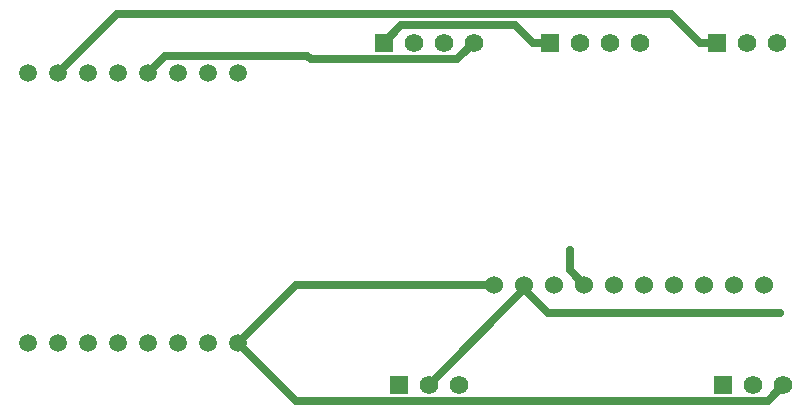
<source format=gtl>
G04 Layer: TopLayer*
G04 EasyEDA v6.5.38, 2023-12-02 23:49:31*
G04 f3335789055e47b3961c9cef71cec245,07f4848b7c094117bb63b494a1dfdd33,10*
G04 Gerber Generator version 0.2*
G04 Scale: 100 percent, Rotated: No, Reflected: No *
G04 Dimensions in millimeters *
G04 leading zeros omitted , absolute positions ,4 integer and 5 decimal *
%FSLAX45Y45*%
%MOMM*%

%ADD10C,0.7000*%
%ADD11C,1.5080*%
%ADD12R,1.5748X1.5748*%
%ADD13C,1.5748*%
%ADD14C,1.5240*%
%ADD15C,0.6100*%

%LPD*%
D10*
X6397195Y5599986D02*
G01*
X6155870Y5841311D01*
X1463321Y5841311D01*
X964999Y5342989D01*
X6545988Y5599986D02*
G01*
X6397195Y5599986D01*
X4480994Y5599986D02*
G01*
X4340506Y5459498D01*
X3845994Y5459498D01*
X3845994Y5459498D02*
G01*
X3101698Y5459498D01*
X3074774Y5486422D01*
X1870433Y5486422D01*
X1726999Y5342989D01*
X4099994Y2699992D02*
G01*
X4910990Y3510988D01*
X4910990Y3510988D02*
G01*
X4910990Y3550003D01*
X7075909Y3311446D02*
G01*
X5110533Y3311446D01*
X4910990Y3510988D01*
X4656990Y3550003D02*
G01*
X2982013Y3550003D01*
X2488999Y3056989D01*
X7103976Y2699992D02*
G01*
X6970067Y2566083D01*
X2979905Y2566083D01*
X2488999Y3056989D01*
X4983685Y5599986D02*
G01*
X4833749Y5749922D01*
X3868930Y5749922D01*
X3718994Y5599986D01*
X5132478Y5599986D02*
G01*
X4983685Y5599986D01*
X5418990Y3550003D02*
G01*
X5297401Y3671592D01*
X5297401Y3842179D01*
D11*
G01*
X2488996Y3056991D03*
G01*
X2488996Y5342991D03*
G01*
X710996Y3056991D03*
G01*
X964996Y3056991D03*
G01*
X1218996Y3056991D03*
G01*
X1472996Y3056991D03*
G01*
X1726996Y3056991D03*
G01*
X1980996Y3056991D03*
G01*
X2234996Y3056991D03*
G01*
X710996Y5342991D03*
G01*
X964996Y5342991D03*
G01*
X1218996Y5342991D03*
G01*
X1472996Y5342991D03*
G01*
X1726996Y5342991D03*
G01*
X1980996Y5342991D03*
G01*
X2234996Y5342991D03*
D12*
G01*
X6595973Y2699994D03*
D13*
G01*
X6849999Y2699994D03*
G01*
X7103999Y2699994D03*
D12*
G01*
X3845991Y2699994D03*
D13*
G01*
X4099991Y2699994D03*
G01*
X4353991Y2699994D03*
D12*
G01*
X6545986Y5599988D03*
D13*
G01*
X6799986Y5599988D03*
G01*
X7053986Y5599988D03*
D12*
G01*
X3718991Y5599988D03*
D13*
G01*
X3972991Y5599988D03*
G01*
X4226991Y5599988D03*
G01*
X4480991Y5599988D03*
D12*
G01*
X5132476Y5599988D03*
D13*
G01*
X5386476Y5599988D03*
G01*
X5640476Y5599988D03*
G01*
X5894476Y5599988D03*
D14*
G01*
X4656988Y3549980D03*
G01*
X4910988Y3549980D03*
G01*
X5164988Y3549980D03*
G01*
X5418988Y3549980D03*
G01*
X5672988Y3549980D03*
G01*
X5926988Y3549980D03*
G01*
X6180988Y3549980D03*
G01*
X6434988Y3549980D03*
G01*
X6688988Y3549980D03*
G01*
X6942988Y3549980D03*
D15*
G01*
X5297398Y3842181D03*
G01*
X7075906Y3311448D03*
G01*
X3845991Y5459501D03*
M02*

</source>
